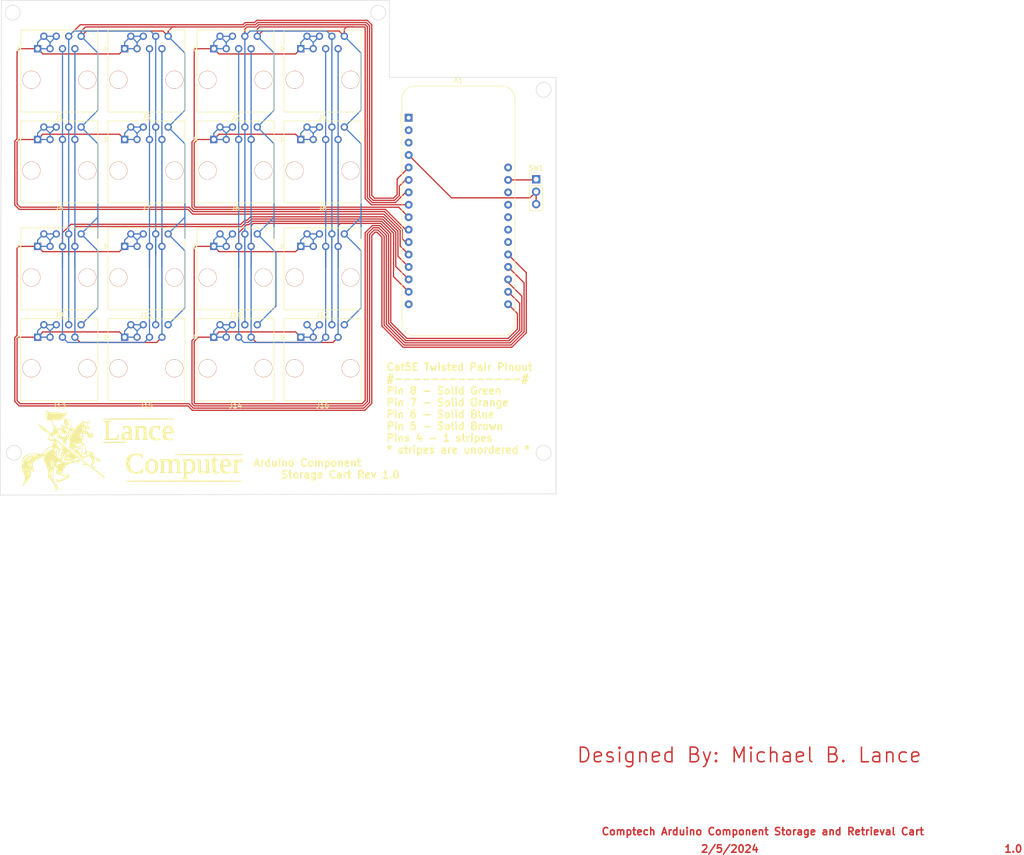
<source format=kicad_pcb>
(kicad_pcb (version 20240108) (generator "pcbnew") (generator_version "8.0")
  (layers (0 "F.Cu" signal) (31 "B.Cu" signal) (34 "B.Paste" user) (35 "F.Paste" user) (36 "B.SilkS" user "B.Silkscreen") (37 "F.SilkS" user "F.Silkscreen") (38 "B.Mask" user) (39 "F.Mask" user) (44 "Edge.Cuts" user))
  (net 0 "")
  (net 4 "Net-(A1-GND)")
  (net 12 "Net-(A1-EN)")
  (net 13 "Net-(A1-A0)")
  (net 14 "Net-(A1-A1)")
  (net 15 "Net-(A1-A2)")
  (net 16 "Net-(A1-A3)")
  (net 17 "Net-(A1-A4)")
  (net 18 "Net-(A1-A5)")
  (net 19 "Net-(A1-SCK)")
  (net 20 "Net-(A1-MOSI)")
  (net 21 "Net-(A1-MISO)")
  (net 22 "Net-(A1-RX)")
  (net 23 "Net-(A1-TX)")
  (net 24 "Net-(A1-SDA)")
  (net 25 "Net-(A1-SCL)")
  (net 26 "Net-(A1-D0)")
  (net 27 "Net-(A1-D1)")
  (net 28 "Net-(A1-D2)")
  (footprint "Connector_PinHeader_2.54mm:PinHeader_1x03_P2.54mm_Vertical" (layer "F.Cu") (at 172.72 56.388)
    (property "Reference" "SW1")
    (property "Value" "SW_SPDT")
  )
  (footprint "Connector_RJ:RJ45_OST_PJ012-8P8CX_Vertical" (layer "F.Cu") (at 106.873 88.646)
    (property "Reference" "J14")
    (property "Value" "RJ45")
  )
  (footprint "Connector_RJ:RJ45_OST_PJ012-8P8CX_Vertical" (layer "F.Cu") (at 88.656 29.71)
    (property "Reference" "J3")
    (property "Value" "RJ45")
  )
  (footprint "Module:Adafruit_Feather" (layer "F.Cu") (at 146.685 43.815)
    (property "Reference" "A1")
    (property "Value" "Adafruit_Feather_NRF52840 Express" (hide yes))
  )
  (footprint "Connector_RJ:RJ45_OST_PJ012-8P8CX_Vertical" (layer "F.Cu") (at 124.648 88.646)
    (property "Reference" "J16")
    (property "Value" "RJ45")
  )
  (footprint "Connector_RJ:RJ45_OST_PJ012-8P8CX_Vertical" (layer "F.Cu") (at 106.873 48.26)
    (property "Reference" "J6")
    (property "Value" "RJ45")
  )
  (footprint "Connector_RJ:RJ45_OST_PJ012-8P8CX_Vertical" (layer "F.Cu") (at 88.656 70.096)
    (property "Reference" "J11")
    (property "Value" "RJ45")
  )
  (footprint "Connector_RJ:RJ45_OST_PJ012-8P8CX_Vertical" (layer "F.Cu") (at 88.656 48.26)
    (property "Reference" "J7")
    (property "Value" "RJ45")
  )
  (footprint "Connector_RJ:RJ45_OST_PJ012-8P8CX_Vertical" (layer "F.Cu") (at 106.873 29.71)
    (property "Reference" "J2")
    (property "Value" "RJ45")
  )
  (footprint "LOGO" (layer "F.Cu") (at 90.424 112.014)
    (property "Reference" "G***")
    (property "Value" "LOGO" (hide yes))
  )
  (footprint "Connector_RJ:RJ45_OST_PJ012-8P8CX_Vertical" (layer "F.Cu") (at 70.881 48.26)
    (property "Reference" "J5")
    (property "Value" "RJ45")
  )
  (footprint "Connector_RJ:RJ45_OST_PJ012-8P8CX_Vertical" (layer "F.Cu") (at 70.881 70.096)
    (property "Reference" "J9")
    (property "Value" "RJ45")
  )
  (footprint "Connector_RJ:RJ45_OST_PJ012-8P8CX_Vertical" (layer "F.Cu") (at 106.873 70.096)
    (property "Reference" "J10")
    (property "Value" "RJ45")
  )
  (footprint "Connector_RJ:RJ45_OST_PJ012-8P8CX_Vertical" (layer "F.Cu") (at 124.648 70.096)
    (property "Reference" "J12")
    (property "Value" "RJ45")
  )
  (footprint "Connector_RJ:RJ45_OST_PJ012-8P8CX_Vertical" (layer "F.Cu") (at 124.648 48.26)
    (property "Reference" "J8")
    (property "Value" "RJ45")
  )
  (footprint "Connector_RJ:RJ45_OST_PJ012-8P8CX_Vertical" (layer "F.Cu") (at 70.881 29.71)
    (property "Reference" "J1")
    (property "Value" "RJ45")
  )
  (footprint "Connector_RJ:RJ45_OST_PJ012-8P8CX_Vertical" (layer "F.Cu") (at 88.656 88.646)
    (property "Reference" "J15")
    (property "Value" "RJ45")
  )
  (footprint "Connector_RJ:RJ45_OST_PJ012-8P8CX_Vertical" (layer "F.Cu") (at 70.881 88.646)
    (property "Reference" "J13")
    (property "Value" "RJ45")
  )
  (footprint "Connector_RJ:RJ45_OST_PJ012-8P8CX_Vertical" (layer "F.Cu") (at 124.648 29.71)
    (property "Reference" "J4")
    (property "Value" "RJ45")
  )
  (gr_line (start 176.784 35.56) (end 176.784 120.65) (stroke (width 0.1)) (layer "Edge.Cuts"))
  (gr_circle (center 140.462 22.352) (end 140.462 23.876) (stroke (width 0.1)) (fill none) (layer "Edge.Cuts"))
  (gr_line (start 142.748 35.56) (end 176.784 35.56) (stroke (width 0.1)) (layer "Edge.Cuts"))
  (gr_line (start 63.246 120.904) (end 63.5 19.812) (stroke (width 0.1)) (layer "Edge.Cuts"))
  (gr_circle (center 174.244 38.1) (end 174.244 39.624) (stroke (width 0.1)) (fill none) (layer "Edge.Cuts"))
  (gr_line (start 139.7 19.812) (end 63.5 19.812) (stroke (width 0.1)) (layer "Edge.Cuts"))
  (gr_circle (center 65.786 22.352) (end 65.786 23.876) (stroke (width 0.1)) (fill none) (layer "Edge.Cuts"))
  (gr_line (start 142.748 19.812) (end 142.748 35.56) (stroke (width 0.1)) (layer "Edge.Cuts"))
  (gr_line (start 139.7 19.812) (end 142.748 19.812) (stroke (width 0.1)) (layer "Edge.Cuts"))
  (gr_circle (center 174.244 112.268) (end 174.244 113.792) (stroke (width 0.1)) (fill none) (layer "Edge.Cuts"))
  (gr_line (start 176.784 120.65) (end 63.246 120.904) (stroke (width 0.1)) (layer "Edge.Cuts"))
  (gr_circle (center 66.04 112.268) (end 66.04 113.792) (stroke (width 0.1)) (fill none) (layer "Edge.Cuts"))
  (gr_text "Designed By: Michael B. Lance\n" (at 180.848 175.768 0) (layer "F.Cu") (effects (font (size 3 3) (thickness 0.3) (bold yes)) (justify left bottom)))
  (gr_text "Comptech Arduino Component Storage and Retrieval Cart" (at 185.928 190.5 0) (layer "F.Cu") (effects (font (size 1.5 1.5) (thickness 0.3) (bold yes)) (justify left bottom)))
  (gr_text "2/5/2024\n" (at 206.248 194.056 0) (layer "F.Cu") (effects (font (size 1.5 1.5) (thickness 0.3) (bold yes)) (justify left bottom)))
  (gr_text "1.0\n" (at 268.224 194.056 0) (layer "F.Cu") (effects (font (size 1.5 1.5) (thickness 0.3) (bold yes)) (justify left bottom)))
  (gr_text "Cat5E Twisted Pair Pinout\n#--------------#\nPin 8 - Solid Green\nPin 7 - Solid Orange\nPin 6 - Solid Blue\nPin 5 - Solid Brown\nPins 4 - 1 stripes\n* stripes are unordered *" (at 141.986 112.522 0) (layer "F.SilkS") (effects (font (size 1.5 1.5) (thickness 0.3) (bold yes)) (justify left bottom)))
  (gr_text "Arduino Component \n	Storage Cart Rev 1.0\n" (at 114.808 117.602 0) (layer "F.SilkS") (effects (font (size 1.5 1.5) (thickness 0.3) (bold yes)) (justify left bottom)))
  (segment (start 155.43 60.18) (end 146.685 51.435) (width 0.25) (layer "F.Cu") (net 4))
  (segment (start 172.72 58.928) (end 171.468 60.18) (width 0.25) (layer "F.Cu") (net 4))
  (segment (start 172.72 58.928) (end 172.72 61.468) (width 0.25) (layer "F.Cu") (net 4))
  (segment (start 171.468 60.18) (end 155.43 60.18) (width 0.25) (layer "F.Cu") (net 4))
  (segment (start 167.005 56.515) (end 172.593 56.515) (width 0.25) (layer "F.Cu") (net 12))
  (segment (start 172.593 56.515) (end 172.72 56.388) (width 0.25) (layer "F.Cu") (net 12))
  (segment (start 115.195812 24.365) (end 115.645812 23.915) (width 0.25) (layer "F.Cu") (net 13))
  (segment (start 139.145 59.69) (end 139.7 60.245) (width 0.25) (layer "F.Cu") (net 13))
  (segment (start 115.645812 23.915) (end 138.219188 23.915) (width 0.25) (layer "F.Cu") (net 13))
  (segment (start 79.586 24.815) (end 112.842208 24.815) (width 0.25) (layer "F.Cu") (net 13))
  (segment (start 144.33 59.502208) (end 144.33 56.33) (width 0.25) (layer "F.Cu") (net 13))
  (segment (start 112.842208 24.815) (end 113.292208 24.365) (width 0.25) (layer "F.Cu") (net 13))
  (segment (start 139.145 24.840812) (end 139.145 59.69) (width 0.25) (layer "F.Cu") (net 13))
  (segment (start 113.292208 24.365) (end 115.195812 24.365) (width 0.25) (layer "F.Cu") (net 13))
  (segment (start 143.587208 60.245) (end 144.33 59.502208) (width 0.25) (layer "F.Cu") (net 13))
  (segment (start 144.33 56.33) (end 146.685 53.975) (width 0.25) (layer "F.Cu") (net 13))
  (segment (start 77.231 27.17) (end 79.586 24.815) (width 0.25) (layer "F.Cu") (net 13))
  (segment (start 139.7 60.245) (end 143.587208 60.245) (width 0.25) (layer "F.Cu") (net 13))
  (segment (start 138.219188 23.915) (end 139.145 24.840812) (width 0.25) (layer "F.Cu") (net 13))
  (segment (start 77.231 67.556) (end 77.231 86.106) (width 0.25) (layer "B.Cu") (net 13))
  (segment (start 95.006 27.17) (end 95.006 45.72) (width 0.25) (layer "B.Cu") (net 13))
  (segment (start 78.306 26.095) (end 77.231 27.17) (width 0.25) (layer "B.Cu") (net 13))
  (segment (start 77.231 45.72) (end 77.231 71.866) (width 0.25) (layer "B.Cu") (net 13))
  (segment (start 95.006 27.17) (end 93.931 26.095) (width 0.25) (layer "B.Cu") (net 13))
  (segment (start 95.006 86.106) (end 95.006 67.556) (width 0.25) (layer "B.Cu") (net 13))
  (segment (start 77.231 27.17) (end 77.231 45.72) (width 0.25) (layer "B.Cu") (net 13))
  (segment (start 95.006 45.72) (end 95.006 71.866) (width 0.25) (layer "B.Cu") (net 13))
  (segment (start 93.931 26.095) (end 78.306 26.095) (width 0.25) (layer "B.Cu") (net 13))
  (segment (start 113.028604 25.265) (end 113.478604 24.815) (width 0.25) (layer "F.Cu") (net 14))
  (segment (start 115.382208 24.815) (end 115.832208 24.365) (width 0.25) (layer "F.Cu") (net 14))
  (segment (start 97.546 27.17) (end 97.546 26.144) (width 0.25) (layer "F.Cu") (net 14))
  (segment (start 97.546 26.144) (end 98.425 25.265) (width 0.25) (layer "F.Cu") (net 14))
  (segment (start 80.846 26.095) (end 96.471 26.095) (width 0.25) (layer "F.Cu") (net 14))
  (segment (start 138.032792 24.365) (end 138.695 25.027208) (width 0.25) (layer "F.Cu") (net 14))
  (segment (start 113.478604 24.815) (end 115.382208 24.815) (width 0.25) (layer "F.Cu") (net 14))
  (segment (start 79.771 27.17) (end 80.846 26.095) (width 0.25) (layer "F.Cu") (net 14))
  (segment (start 79.771 27.17) (end 79.771 26.139) (width 0.25) (layer "F.Cu") (net 14))
  (segment (start 115.832208 24.365) (end 138.032792 24.365) (width 0.25) (layer "F.Cu") (net 14))
  (segment (start 98.425 25.265) (end 113.028604 25.265) (width 0.25) (layer "F.Cu") (net 14))
  (segment (start 144.78 59.688604) (end 144.78 57.785) (width 0.25) (layer "F.Cu") (net 14))
  (segment (start 144.78 57.785) (end 146.05 56.515) (width 0.25) (layer "F.Cu") (net 14))
  (segment (start 96.471 26.095) (end 97.546 27.17) (width 0.25) (layer "F.Cu") (net 14))
  (segment (start 143.773604 60.695) (end 144.78 59.688604) (width 0.25) (layer "F.Cu") (net 14))
  (segment (start 79.771 26.139) (end 80.645 25.265) (width 0.25) (layer "F.Cu") (net 14))
  (segment (start 139.437792 60.695) (end 143.773604 60.695) (width 0.25) (layer "F.Cu") (net 14))
  (segment (start 98.425 25.265) (end 99.06 25.265) (width 0.25) (layer "F.Cu") (net 14))
  (segment (start 80.645 25.265) (end 98.425 25.265) (width 0.25) (layer "F.Cu") (net 14))
  (segment (start 138.695 59.952208) (end 139.437792 60.695) (width 0.25) (layer "F.Cu") (net 14))
  (segment (start 138.695 25.027208) (end 138.695 59.952208) (width 0.25) (layer "F.Cu") (net 14))
  (segment (start 97.546 27.17) (end 100.966 30.59) (width 0.25) (layer "B.Cu") (net 14))
  (segment (start 79.771 45.72) (end 83.191 49.14) (width 0.25) (layer "B.Cu") (net 14))
  (segment (start 100.966 70.976) (end 100.966 82.686) (width 0.25) (layer "B.Cu") (net 14))
  (segment (start 97.546 45.72) (end 100.966 49.14) (width 0.25) (layer "B.Cu") (net 14))
  (segment (start 83.191 70.976) (end 83.191 82.686) (width 0.25) (layer "B.Cu") (net 14))
  (segment (start 83.191 82.686) (end 79.771 86.106) (width 0.25) (layer "B.Cu") (net 14))
  (segment (start 79.771 27.17) (end 83.191 30.59) (width 0.25) (layer "B.Cu") (net 14))
  (segment (start 83.191 30.59) (end 83.191 42.3) (width 0.25) (layer "B.Cu") (net 14))
  (segment (start 100.966 42.3) (end 97.546 45.72) (width 0.25) (layer "B.Cu") (net 14))
  (segment (start 79.771 67.556) (end 83.191 70.976) (width 0.25) (layer "B.Cu") (net 14))
  (segment (start 97.546 67.556) (end 100.966 70.976) (width 0.25) (layer "B.Cu") (net 14))
  (segment (start 83.191 64.136) (end 79.771 67.556) (width 0.25) (layer "B.Cu") (net 14))
  (segment (start 100.966 64.136) (end 97.546 67.556) (width 0.25) (layer "B.Cu") (net 14))
  (segment (start 100.966 82.686) (end 97.546 86.106) (width 0.25) (layer "B.Cu") (net 14))
  (segment (start 83.191 49.14) (end 83.191 68.446) (width 0.25) (layer "B.Cu") (net 14))
  (segment (start 100.966 30.59) (end 100.966 42.3) (width 0.25) (layer "B.Cu") (net 14))
  (segment (start 83.191 42.3) (end 79.771 45.72) (width 0.25) (layer "B.Cu") (net 14))
  (segment (start 100.966 49.14) (end 100.966 68.446) (width 0.25) (layer "B.Cu") (net 14))
  (segment (start 139.251396 61.145) (end 143.96 61.145) (width 0.25) (layer "F.Cu") (net 15))
  (segment (start 138.245 60.138604) (end 139.251396 61.145) (width 0.25) (layer "F.Cu") (net 15))
  (segment (start 137.846396 24.815) (end 138.245 25.213604) (width 0.25) (layer "F.Cu") (net 15))
  (segment (start 115.568604 25.265) (end 116.018604 24.815) (width 0.25) (layer "F.Cu") (net 15))
  (segment (start 116.018604 24.815) (end 137.846396 24.815) (width 0.25) (layer "F.Cu") (net 15))
  (segment (start 113.665 25.265) (end 115.568604 25.265) (width 0.25) (layer "F.Cu") (net 15))
  (segment (start 143.96 61.145) (end 146.05 59.055) (width 0.25) (layer "F.Cu") (net 15))
  (segment (start 138.245 25.213604) (end 138.245 60.138604) (width 0.25) (layer "F.Cu") (net 15))
  (segment (start 113.223 27.17) (end 113.223 25.707) (width 0.25) (layer "F.Cu") (net 15))
  (segment (start 113.223 25.707) (end 113.665 25.265) (width 0.25) (layer "F.Cu") (net 15))
  (segment (start 130.998 67.556) (end 130.998 86.106) (width 0.25) (layer "B.Cu") (net 15))
  (segment (start 113.223 67.556) (end 113.223 86.106) (width 0.25) (layer "B.Cu") (net 15))
  (segment (start 130.998 71.866) (end 130.998 45.72) (width 0.25) (layer "B.Cu") (net 15))
  (segment (start 113.223 71.866) (end 113.223 45.72) (width 0.25) (layer "B.Cu") (net 15))
  (segment (start 130.998 27.17) (end 129.923 26.095) (width 0.25) (layer "B.Cu") (net 15))
  (segment (start 114.298 26.095) (end 113.223 27.17) (width 0.25) (layer "B.Cu") (net 15))
  (segment (start 113.223 27.17) (end 113.223 45.72) (width 0.25) (layer "B.Cu") (net 15))
  (segment (start 129.923 26.095) (end 114.298 26.095) (width 0.25) (layer "B.Cu") (net 15))
  (segment (start 130.998 27.17) (end 130.998 45.72) (width 0.25) (layer "B.Cu") (net 15))
  (segment (start 133.538 27.17) (end 132.463 26.095) (width 0.25) (layer "F.Cu") (net 16))
  (segment (start 133.538 25.712) (end 133.985 25.265) (width 0.25) (layer "F.Cu") (net 16))
  (segment (start 132.463 26.095) (end 116.838 26.095) (width 0.25) (layer "F.Cu") (net 16))
  (segment (start 139.065 61.595) (end 146.685 61.595) (width 0.25) (layer "F.Cu") (net 16))
  (segment (start 133.985 25.265) (end 135.255 25.265) (width 0.25) (layer "F.Cu") (net 16))
  (segment (start 116.838 26.095) (end 115.763 27.17) (width 0.25) (layer "F.Cu") (net 16))
  (segment (start 137.66 25.265) (end 137.795 25.4) (width 0.25) (layer "F.Cu") (net 16))
  (segment (start 137.795 60.325) (end 139.065 61.595) (width 0.25) (layer "F.Cu") (net 16))
  (segment (start 116.205 25.265) (end 135.255 25.265) (width 0.25) (layer "F.Cu") (net 16))
  (segment (start 133.538 27.17) (end 133.538 25.712) (width 0.25) (layer "F.Cu") (net 16))
  (segment (start 135.255 25.265) (end 137.66 25.265) (width 0.25) (layer "F.Cu") (net 16))
  (segment (start 115.763 27.17) (end 115.763 25.707) (width 0.25) (layer "F.Cu") (net 16))
  (segment (start 115.763 25.707) (end 116.205 25.265) (width 0.25) (layer "F.Cu") (net 16))
  (segment (start 137.795 25.4) (end 137.795 60.325) (width 0.25) (layer "F.Cu") (net 16))
  (segment (start 136.958 30.59) (end 133.538 27.17) (width 0.25) (layer "B.Cu") (net 16))
  (segment (start 119.568 71.361) (end 119.568 82.301) (width 0.25) (layer "B.Cu") (net 16))
  (segment (start 133.538 45.72) (end 136.958 49.14) (width 0.25) (layer "B.Cu") (net 16))
  (segment (start 136.958 64.136) (end 133.538 67.556) (width 0.25) (layer "B.Cu") (net 16))
  (segment (start 136.958 70.976) (end 136.958 82.686) (width 0.25) (layer "B.Cu") (net 16))
  (segment (start 133.538 45.72) (end 136.958 42.3) (width 0.25) (layer "B.Cu") (net 16))
  (segment (start 136.958 82.686) (end 133.538 86.106) (width 0.25) (layer "B.Cu") (net 16))
  (segment (start 119.183 30.59) (end 119.183 42.3) (width 0.25) (layer "B.Cu") (net 16))
  (segment (start 119.568 82.301) (end 115.763 86.106) (width 0.25) (layer "B.Cu") (net 16))
  (segment (start 119.183 49.14) (end 119.183 68.446) (width 0.25) (layer "B.Cu") (net 16))
  (segment (start 136.958 49.14) (end 136.958 68.446) (width 0.25) (layer "B.Cu") (net 16))
  (segment (start 115.763 67.556) (end 119.568 71.361) (width 0.25) (layer "B.Cu") (net 16))
  (segment (start 133.538 67.556) (end 136.958 70.976) (width 0.25) (layer "B.Cu") (net 16))
  (segment (start 119.183 64.136) (end 115.763 67.556) (width 0.25) (layer "B.Cu") (net 16))
  (segment (start 136.958 42.3) (end 136.958 30.59) (width 0.25) (layer "B.Cu") (net 16))
  (segment (start 119.183 42.3) (end 115.763 45.72) (width 0.25) (layer "B.Cu") (net 16))
  (segment (start 115.763 45.72) (end 119.183 49.14) (width 0.25) (layer "B.Cu") (net 16))
  (segment (start 115.763 27.17) (end 119.183 30.59) (width 0.25) (layer "B.Cu") (net 16))
  (segment (start 123.573 47.185) (end 124.648 48.26) (width 0.25) (layer "F.Cu") (net 17))
  (segment (start 102.87 61.907) (end 103.058 62.095) (width 0.25) (layer "F.Cu") (net 17))
  (segment (start 106.873 48.26) (end 103.5315 48.26) (width 0.25) (layer "F.Cu") (net 17))
  (segment (start 107.948 47.185) (end 123.573 47.185) (width 0.25) (layer "F.Cu") (net 17))
  (segment (start 106.873 48.26) (end 107.948 47.185) (width 0.25) (layer "F.Cu") (net 17))
  (segment (start 102.87 48.9215) (end 102.87 61.907) (width 0.25) (layer "F.Cu") (net 17))
  (segment (start 103.5315 48.26) (end 102.87 48.9215) (width 0.25) (layer "F.Cu") (net 17))
  (segment (start 103.058 62.095) (end 144.645 62.095) (width 0.25) (layer "F.Cu") (net 17))
  (segment (start 144.645 62.095) (end 146.685 64.135) (width 0.25) (layer "F.Cu") (net 17))
  (segment (start 109.413 48.26) (end 106.873 48.26) (width 0.25) (layer "B.Cu") (net 17))
  (segment (start 109.413 48.26) (end 109.413 46.99) (width 0.25) (layer "B.Cu") (net 17))
  (segment (start 108.143 45.72) (end 110.683 45.72) (width 0.25) (layer "B.Cu") (net 17))
  (segment (start 124.648 46.99) (end 125.918 45.72) (width 0.25) (layer "B.Cu") (net 17))
  (segment (start 124.648 48.26) (end 124.648 46.99) (width 0.25) (layer "B.Cu") (net 17))
  (segment (start 124.648 48.26) (end 127.188 48.26) (width 0.25) (layer "B.Cu") (net 17))
  (segment (start 106.873 48.26) (end 106.873 46.99) (width 0.25) (layer "B.Cu") (net 17))
  (segment (start 128.458 45.72) (end 125.918 45.72) (width 0.25) (layer "B.Cu") (net 17))
  (segment (start 127.188 46.99) (end 128.458 45.72) (width 0.25) (layer "B.Cu") (net 17))
  (segment (start 109.413 46.99) (end 110.683 45.72) (width 0.25) (layer "B.Cu") (net 17))
  (segment (start 127.188 46.99) (end 125.918 45.72) (width 0.25) (layer "B.Cu") (net 17))
  (segment (start 106.873 46.99) (end 108.143 45.72) (width 0.25) (layer "B.Cu") (net 17))
  (segment (start 109.413 46.99) (end 108.143 45.72) (width 0.25) (layer "B.Cu") (net 17))
  (segment (start 127.188 48.26) (end 127.188 46.99) (width 0.25) (layer "B.Cu") (net 17))
  (segment (start 107.948 30.785) (end 106.873 29.71) (width 0.25) (layer "F.Cu") (net 18))
  (segment (start 103.058 29.71) (end 102.87 29.898) (width 0.25) (layer "F.Cu") (net 18))
  (segment (start 106.873 29.71) (end 103.058 29.71) (width 0.25) (layer "F.Cu") (net 18))
  (segment (start 102.42 48.735104) (end 102.42 62.093396) (width 0.25) (layer "F.Cu") (net 18))
  (segment (start 102.87 29.898) (end 102.87 48.285104) (width 0.25) (layer "F.Cu") (net 18))
  (segment (start 102.42 62.093396) (end 102.871604 62.545) (width 0.25) (layer "F.Cu") (net 18))
  (segment (start 102.87 48.285104) (end 102.42 48.735104) (width 0.25) (layer "F.Cu") (net 18))
  (segment (start 102.871604 62.545) (end 141.931168 62.545) (width 0.25) (layer "F.Cu") (net 18))
  (segment (start 141.931168 62.545) (end 146.061168 66.675) (width 0.25) (layer "F.Cu") (net 18))
  (segment (start 123.573 30.785) (end 107.948 30.785) (width 0.25) (layer "F.Cu") (net 18))
  (segment (start 124.648 29.71) (end 123.573 30.785) (width 0.25) (layer "F.Cu") (net 18))
  (segment (start 109.413 28.44) (end 110.683 27.17) (width 0.25) (layer "B.Cu") (net 18))
  (segment (start 106.873 29.71) (end 109.413 29.71) (width 0.25) (layer "B.Cu") (net 18))
  (segment (start 127.188 29.71) (end 127.188 28.44) (width 0.25) (layer "B.Cu") (net 18))
  (segment (start 124.648 28.44) (end 125.918 27.17) (width 0.25) (layer "B.Cu") (net 18))
  (segment (start 109.413 28.44) (end 108.143 27.17) (width 0.25) (layer "B.Cu") (net 18))
  (segment (start 108.143 27.17) (end 110.683 27.17) (width 0.25) (layer "B.Cu") (net 18))
  (segment (start 125.918 27.17) (end 128.458 27.17) (width 0.25) (layer "B.Cu") (net 18))
  (segment (start 106.873 28.44) (end 108.143 27.17) (width 0.25) (layer "B.Cu") (net 18))
  (segment (start 124.648 29.71) (end 124.648 28.44) (width 0.25) (layer "B.Cu") (net 18))
  (segment (start 127.188 29.71) (end 124.648 29.71) (width 0.25) (layer "B.Cu") (net 18))
  (segment (start 127.188 28.44) (end 125.918 27.17) (width 0.25) (layer "B.Cu") (net 18))
  (segment (start 127.188 28.44) (end 128.458 27.17) (width 0.25) (layer "B.Cu") (net 18))
  (segment (start 109.413 29.71) (end 109.413 28.44) (width 0.25) (layer "B.Cu") (net 18))
  (segment (start 106.873 29.71) (end 106.873 28.44) (width 0.25) (layer "B.Cu") (net 18))
  (segment (start 67.175 48.26) (end 66.675 48.76) (width 0.25) (layer "F.Cu") (net 19))
  (segment (start 145.39 68.555) (end 146.05 69.215) (width 0.25) (layer "F.Cu") (net 19))
  (segment (start 70.881 48.26) (end 71.956 47.185) (width 0.25) (layer "F.Cu") (net 19))
  (segment (start 102.685208 62.995) (end 141.744772 62.995) (width 0.25) (layer "F.Cu") (net 19))
  (segment (start 67.31 62.095) (end 101.785208 62.095) (width 0.25) (layer "F.Cu") (net 19))
  (segment (start 101.785208 62.095) (end 102.685208 62.995) (width 0.25) (layer "F.Cu") (net 19))
  (segment (start 145.39 66.640228) (end 145.39 68.555) (width 0.25) (layer "F.Cu") (net 19))
  (segment (start 66.675 61.46) (end 67.31 62.095) (width 0.25) (layer "F.Cu") (net 19))
  (segment (start 66.675 48.76) (end 66.675 61.46) (width 0.25) (layer "F.Cu") (net 19))
  (segment (start 70.881 48.26) (end 67.175 48.26) (width 0.25) (layer "F.Cu") (net 19))
  (segment (start 87.581 47.185) (end 88.656 48.26) (width 0.25) (layer "F.Cu") (net 19))
  (segment (start 71.956 47.185) (end 87.581 47.185) (width 0.25) (layer "F.Cu") (net 19))
  (segment (start 141.744772 62.995) (end 145.39 66.640228) (width 0.25) (layer "F.Cu") (net 19))
  (segment (start 73.421 46.99) (end 72.151 45.72) (width 0.25) (layer "B.Cu") (net 19))
  (segment (start 89.926 45.72) (end 92.466 45.72) (width 0.25) (layer "B.Cu") (net 19))
  (segment (start 70.881 48.26) (end 70.881 46.99) (width 0.25) (layer "B.Cu") (net 19))
  (segment (start 73.421 48.26) (end 73.421 46.99) (width 0.25) (layer "B.Cu") (net 19))
  (segment (start 74.691 45.72) (end 72.151 45.72) (width 0.25) (layer "B.Cu") (net 19))
  (segment (start 73.421 48.26) (end 70.881 48.26) (width 0.25) (layer "B.Cu") (net 19))
  (segment (start 88.656 46.99) (end 88.656 48.26) (width 0.25) (layer "B.Cu") (net 19))
  (segment (start 91.196 46.99) (end 89.926 45.72) (width 0.25) (layer "B.Cu") (net 19))
  (segment (start 91.196 48.26) (end 88.656 48.26) (width 0.25) (layer "B.Cu") (net 19))
  (segment (start 73.421 46.99) (end 74.691 45.72) (width 0.25) (layer "B.Cu") (net 19))
  (segment (start 89.926 45.72) (end 88.656 46.99) (width 0.25) (layer "B.Cu") (net 19))
  (segment (start 70.881 46.99) (end 72.151 45.72) (width 0.25) (layer "B.Cu") (net 19))
  (segment (start 91.196 46.99) (end 92.466 45.72) (width 0.25) (layer "B.Cu") (net 19))
  (segment (start 91.196 48.26) (end 91.196 46.99) (width 0.25) (layer "B.Cu") (net 19))
  (segment (start 66.225 61.646396) (end 67.123604 62.545) (width 0.25) (layer "F.Cu") (net 20))
  (segment (start 102.553812 63.5) (end 141.613376 63.5) (width 0.25) (layer "F.Cu") (net 20))
  (segment (start 67.123604 62.545) (end 101.598812 62.545) (width 0.25) (layer "F.Cu") (net 20))
  (segment (start 87.581 30.785) (end 71.956 30.785) (width 0.25) (layer "F.Cu") (net 20))
  (segment (start 66.225 48.573604) (end 66.225 61.646396) (width 0.25) (layer "F.Cu") (net 20))
  (segment (start 144.94 66.826624) (end 144.94 70.01) (width 0.25) (layer "F.Cu") (net 20))
  (segment (start 71.956 30.785) (end 70.881 29.71) (width 0.25) (layer "F.Cu") (net 20))
  (segment (start 88.656 29.71) (end 87.581 30.785) (width 0.25) (layer "F.Cu") (net 20))
  (segment (start 66.675 30.345) (end 66.675 48.123604) (width 0.25) (layer "F.Cu") (net 20))
  (segment (start 141.613376 63.5) (end 144.94 66.826624) (width 0.25) (layer "F.Cu") (net 20))
  (segment (start 66.675 48.123604) (end 66.225 48.573604) (width 0.25) (layer "F.Cu") (net 20))
  (segment (start 67.31 29.71) (end 66.675 30.345) (width 0.25) (layer "F.Cu") (net 20))
  (segment (start 144.94 70.01) (end 146.685 71.755) (width 0.25) (layer "F.Cu") (net 20))
  (segment (start 70.881 29.71) (end 67.31 29.71) (width 0.25) (layer "F.Cu") (net 20))
  (segment (start 101.598812 62.545) (end 102.553812 63.5) (width 0.25) (layer "F.Cu") (net 20))
  (segment (start 88.656 29.71) (end 88.656 28.44) (width 0.25) (layer "B.Cu") (net 20))
  (segment (start 88.656 29.71) (end 91.196 29.71) (width 0.25) (layer "B.Cu") (net 20))
  (segment (start 70.881 28.44) (end 72.151 27.17) (width 0.25) (layer "B.Cu") (net 20))
  (segment (start 92.466 27.17) (end 89.926 27.17) (width 0.25) (layer "B.Cu") (net 20))
  (segment (start 88.656 28.44) (end 89.926 27.17) (width 0.25) (layer "B.Cu") (net 20))
  (segment (start 73.421 28.44) (end 72.151 27.17) (width 0.25) (layer "B.Cu") (net 20))
  (segment (start 73.421 29.71) (end 73.421 28.44) (width 0.25) (layer "B.Cu") (net 20))
  (segment (start 73.421 28.44) (end 74.691 27.17) (width 0.25) (layer "B.Cu") (net 20))
  (segment (start 91.196 28.44) (end 92.466 27.17) (width 0.25) (layer "B.Cu") (net 20))
  (segment (start 73.421 29.71) (end 70.881 29.71) (width 0.25) (layer "B.Cu") (net 20))
  (segment (start 91.196 29.71) (end 91.196 28.44) (width 0.25) (layer "B.Cu") (net 20))
  (segment (start 72.151 27.17) (end 74.691 27.17) (width 0.25) (layer "B.Cu") (net 20))
  (segment (start 91.196 28.44) (end 89.926 27.17) (width 0.25) (layer "B.Cu") (net 20))
  (segment (start 70.881 29.71) (end 70.881 28.44) (width 0.25) (layer "B.Cu") (net 20))
  (segment (start 144.49 72.1) (end 146.685 74.295) (width 0.25) (layer "F.Cu") (net 21))
  (segment (start 113.225324 64.760604) (end 113.670208 64.760604) (width 0.25) (layer "F.Cu") (net 21))
  (segment (start 144.49 67.01302) (end 144.49 72.1) (width 0.25) (layer "F.Cu") (net 21))
  (segment (start 113.670208 64.760604) (end 114.375812 64.055) (width 0.25) (layer "F.Cu") (net 21))
  (segment (start 77.67672 65.59) (end 112.395928 65.59) (width 0.25) (layer "F.Cu") (net 21))
  (segment (start 141.53198 64.055) (end 144.49 67.01302) (width 0.25) (layer "F.Cu") (net 21))
  (segment (start 75.961 67.30572) (end 77.67672 65.59) (width 0.25) (layer "F.Cu") (net 21))
  (segment (start 114.375812 64.055) (end 141.53198 64.055) (width 0.25) (layer "F.Cu") (net 21))
  (segment (start 75.961 70.096) (end 75.961 67.30572) (width 0.25) (layer "F.Cu") (net 21))
  (segment (start 112.395928 65.59) (end 113.225324 64.760604) (width 0.25) (layer "F.Cu") (net 21))
  (segment (start 75.961 70.096) (end 75.961 88.646) (width 0.25) (layer "B.Cu") (net 21))
  (segment (start 92.661 89.721) (end 77.036 89.721) (width 0.25) (layer "B.Cu") (net 21))
  (segment (start 93.736 70.096) (end 93.736 88.646) (width 0.25) (layer "B.Cu") (net 21))
  (segment (start 75.961 48.26) (end 75.961 74.406) (width 0.25) (layer "B.Cu") (net 21))
  (segment (start 93.736 29.71) (end 93.736 48.26) (width 0.25) (layer "B.Cu") (net 21))
  (segment (start 77.036 89.721) (end 75.961 88.646) (width 0.25) (layer "B.Cu") (net 21))
  (segment (start 93.736 88.646) (end 92.661 89.721) (width 0.25) (layer "B.Cu") (net 21))
  (segment (start 93.736 74.406) (end 93.736 48.26) (width 0.25) (layer "B.Cu") (net 21))
  (segment (start 75.961 29.71) (end 75.961 48.26) (width 0.25) (layer "B.Cu") (net 21))
  (segment (start 112.582324 66.04) (end 113.41172 65.210604) (width 0.25) (layer "F.Cu") (net 22))
  (segment (start 78.74 66.04) (end 97.155 66.04) (width 0.25) (layer "F.Cu") (net 22))
  (segment (start 79.576 89.721) (end 95.201 89.721) (width 0.25) (layer "F.Cu") (net 22))
  (segment (start 113.856604 65.210604) (end 114.562208 64.505) (width 0.25) (layer "F.Cu") (net 22))
  (segment (start 144.04 74.19) (end 146.685 76.835) (width 0.25) (layer "F.Cu") (net 22))
  (segment (start 97.155 66.04) (end 112.582324 66.04) (width 0.25) (layer "F.Cu") (net 22))
  (segment (start 96.276 70.096) (end 96.276 66.284) (width 0.25) (layer "F.Cu") (net 22))
  (segment (start 141.345584 64.505) (end 144.04 67.199416) (width 0.25) (layer "F.Cu") (net 22))
  (segment (start 78.501 66.279) (end 78.74 66.04) (width 0.25) (layer "F.Cu") (net 22))
  (segment (start 114.562208 64.505) (end 141.345584 64.505) (width 0.25) (layer "F.Cu") (net 22))
  (segment (start 96.52 66.04) (end 97.155 66.04) (width 0.25) (layer "F.Cu") (net 22))
  (segment (start 78.501 88.646) (end 79.576 89.721) (width 0.25) (layer "F.Cu") (net 22))
  (segment (start 78.501 70.096) (end 78.501 66.279) (width 0.25) (layer "F.Cu") (net 22))
  (segment (start 113.41172 65.210604) (end 113.856604 65.210604) (width 0.25) (layer "F.Cu") (net 22))
  (segment (start 95.201 89.721) (end 96.276 88.646) (width 0.25) (layer "F.Cu") (net 22))
  (segment (start 144.04 67.199416) (end 144.04 74.19) (width 0.25) (layer "F.Cu") (net 22))
  (segment (start 96.276 66.284) (end 96.52 66.04) (width 0.25) (layer "F.Cu") (net 22))
  (segment (start 96.276 70.096) (end 96.276 88.646) (width 0.25) (layer "B.Cu") (net 22))
  (segment (start 78.501 29.71) (end 78.501 48.26) (width 0.25) (layer "B.Cu") (net 22))
  (segment (start 96.276 29.71) (end 96.276 48.26) (width 0.25) (layer "B.Cu") (net 22))
  (segment (start 96.276 48.26) (end 96.276 74.406) (width 0.25) (layer "B.Cu") (net 22))
  (segment (start 78.501 70.096) (end 78.501 88.646) (width 0.25) (layer "B.Cu") (net 22))
  (segment (start 78.501 48.26) (end 78.501 74.406) (width 0.25) (layer "B.Cu") (net 22))
  (segment (start 111.953 67.30572) (end 113.598116 65.660604) (width 0.25) (layer "F.Cu") (net 23))
  (segment (start 111.953 70.096) (end 111.953 67.30572) (width 0.25) (layer "F.Cu") (net 23))
  (segment (start 143.59 67.385812) (end 143.59 76.28) (width 0.25) (layer "F.Cu") (net 23))
  (segment (start 113.598116 65.660604) (end 114.043 65.660604) (width 0.25) (layer "F.Cu") (net 23))
  (segment (start 141.159188 64.955) (end 143.59 67.385812) (width 0.25) (layer "F.Cu") (net 23))
  (segment (start 114.748604 64.955) (end 141.159188 64.955) (width 0.25) (layer "F.Cu") (net 23))
  (segment (start 114.043 65.660604) (end 114.748604 64.955) (width 0.25) (layer "F.Cu") (net 23))
  (segment (start 143.59 76.28) (end 146.685 79.375) (width 0.25) (layer "F.Cu") (net 23))
  (segment (start 113.028 89.721) (end 128.653 89.721) (width 0.25) (layer "B.Cu") (net 23))
  (segment (start 128.653 89.721) (end 129.728 88.646) (width 0.25) (layer "B.Cu") (net 23))
  (segment (start 111.953 48.26) (end 111.953 74.406) (width 0.25) (layer "B.Cu") (net 23))
  (segment (start 111.953 88.646) (end 113.028 89.721) (width 0.25) (layer "B.Cu") (net 23))
  (segment (start 111.953 48.26) (end 111.953 29.71) (width 0.25) (layer "B.Cu") (net 23))
  (segment (start 129.728 48.26) (end 129.728 74.406) (width 0.25) (layer "B.Cu") (net 23))
  (segment (start 111.953 88.646) (end 111.953 70.096) (width 0.25) (layer "B.Cu") (net 23))
  (segment (start 129.728 88.646) (end 129.728 70.096) (width 0.25) (layer "B.Cu") (net 23))
  (segment (start 129.728 48.26) (end 129.728 29.71) (width 0.25) (layer "B.Cu") (net 23))
  (segment (start 167.005 81.915) (end 168.91 83.82) (width 0.25) (layer "F.Cu") (net 24))
  (segment (start 143.024 85.614416) (end 143.024 67.456208) (width 0.25) (layer "F.Cu") (net 24))
  (segment (start 114.935 65.405) (end 135.255 65.405) (width 0.25) (layer "F.Cu") (net 24))
  (segment (start 115.568 89.721) (end 131.193 89.721) (width 0.25) (layer "F.Cu") (net 24))
  (segment (start 167.005 88.9) (end 146.309584 88.9) (width 0.25) (layer "F.Cu") (net 24))
  (segment (start 168.91 83.82) (end 168.91 86.995) (width 0.25) (layer "F.Cu") (net 24))
  (segment (start 114.493 88.646) (end 115.568 89.721) (width 0.25) (layer "F.Cu") (net 24))
  (segment (start 146.309584 88.9) (end 143.024 85.614416) (width 0.25) (layer "F.Cu") (net 24))
  (segment (start 114.493 70.096) (end 114.493 65.847) (width 0.25) (layer "F.Cu") (net 24))
  (segment (start 132.715 65.405) (end 135.255 65.405) (width 0.25) (layer "F.Cu") (net 24))
  (segment (start 132.268 65.852) (end 132.715 65.405) (width 0.25) (layer "F.Cu") (net 24))
  (segment (start 140.972792 65.405) (end 135.255 65.405) (width 0.25) (layer "F.Cu") (net 24))
  (segment (start 143.024 67.456208) (end 140.972792 65.405) (width 0.25) (layer "F.Cu") (net 24))
  (segment (start 168.91 86.995) (end 167.005 88.9) (width 0.25) (layer "F.Cu") (net 24))
  (segment (start 114.493 65.847) (end 114.935 65.405) (width 0.25) (layer "F.Cu") (net 24))
  (segment (start 132.268 70.096) (end 132.268 65.852) (width 0.25) (layer "F.Cu") (net 24))
  (segment (start 131.193 89.721) (end 132.268 88.646) (width 0.25) (layer "F.Cu") (net 24))
  (segment (start 132.268 29.71) (end 132.268 48.26) (width 0.25) (layer "B.Cu") (net 24))
  (segment (start 114.493 88.646) (end 114.493 70.096) (width 0.25) (layer "B.Cu") (net 24))
  (segment (start 132.268 74.406) (end 132.268 48.26) (width 0.25) (layer "B.Cu") (net 24))
  (segment (start 132.268 88.646) (end 132.268 70.096) (width 0.25) (layer "B.Cu") (net 24))
  (segment (start 114.493 48.26) (end 114.493 74.406) (width 0.25) (layer "B.Cu") (net 24))
  (segment (start 114.493 48.26) (end 114.493 29.71) (width 0.25) (layer "B.Cu") (net 24))
  (segment (start 169.36 81.73) (end 169.36 87.181396) (width 0.25) (layer "F.Cu") (net 25))
  (segment (start 137.795 101.6) (end 137.16 102.235) (width 0.25) (layer "F.Cu") (net 25))
  (segment (start 137.16 102.235) (end 103.058 102.235) (width 0.25) (layer "F.Cu") (net 25))
  (segment (start 102.87 89.535) (end 103.759 88.646) (width 0.25) (layer "F.Cu") (net 25))
  (segment (start 142.574 67.642604) (end 140.786396 65.855) (width 0.25) (layer "F.Cu") (net 25))
  (segment (start 139.248604 65.855) (end 137.795 67.308604) (width 0.25) (layer "F.Cu") (net 25))
  (segment (start 103.058 102.235) (end 102.87 102.047) (width 0.25) (layer "F.Cu") (net 25))
  (segment (start 137.795 67.308604) (end 137.795 101.6) (width 0.25) (layer "F.Cu") (net 25))
  (segment (start 107.948 87.571) (end 123.573 87.571) (width 0.25) (layer "F.Cu") (net 25))
  (segment (start 167.191396 89.35) (end 146.558 89.35) (width 0.25) (layer "F.Cu") (net 25))
  (segment (start 146.501396 89.35) (end 146.123188 89.35) (width 0.25) (layer "F.Cu") (net 25))
  (segment (start 102.87 102.047) (end 102.87 89.535) (width 0.25) (layer "F.Cu") (net 25))
  (segment (start 142.574 85.800812) (end 142.574 67.642604) (width 0.25) (layer "F.Cu") (net 25))
  (segment (start 140.786396 65.855) (end 139.248604 65.855) (width 0.25) (layer "F.Cu") (net 25))
  (segment (start 106.873 88.646) (end 107.948 87.571) (width 0.25) (layer "F.Cu") (net 25))
  (segment (start 146.123188 89.35) (end 142.574 85.800812) (width 0.25) (layer "F.Cu") (net 25))
  (segment (start 123.573 87.571) (end 124.648 88.646) (width 0.25) (layer "F.Cu") (net 25))
  (segment (start 169.36 87.181396) (end 167.191396 89.35) (width 0.25) (layer "F.Cu") (net 25))
  (segment (start 167.005 79.375) (end 169.36 81.73) (width 0.25) (layer "F.Cu") (net 25))
  (segment (start 103.759 88.646) (end 106.873 88.646) (width 0.25) (layer "F.Cu") (net 25))
  (segment (start 109.413 87.376) (end 108.143 86.106) (width 0.25) (layer "B.Cu") (net 25))
  (segment (start 106.873 88.646) (end 106.873 87.376) (width 0.25) (layer "B.Cu") (net 25))
  (segment (start 109.413 88.646) (end 109.413 87.376) (width 0.25) (layer "B.Cu") (net 25))
  (segment (start 127.188 88.646) (end 127.188 87.376) (width 0.25) (layer "B.Cu") (net 25))
  (segment (start 106.873 87.376) (end 108.143 86.106) (width 0.25) (layer "B.Cu") (net 25))
  (segment (start 127.188 87.376) (end 128.458 86.106) (width 0.25) (layer "B.Cu") (net 25))
  (segment (start 109.413 87.376) (end 110.683 86.106) (width 0.25) (layer "B.Cu") (net 25))
  (segment (start 124.648 88.646) (end 127.188 88.646) (width 0.25) (layer "B.Cu") (net 25))
  (segment (start 110.683 86.106) (end 108.143 86.106) (width 0.25) (layer "B.Cu") (net 25))
  (segment (start 127.188 87.376) (end 125.918 86.106) (width 0.25) (layer "B.Cu") (net 25))
  (segment (start 106.873 88.646) (end 109.413 88.646) (width 0.25) (layer "B.Cu") (net 25))
  (segment (start 124.648 70.096) (end 123.573 71.171) (width 0.25) (layer "F.Cu") (net 26))
  (segment (start 102.87 88.898604) (end 102.42 89.348604) (width 0.25) (layer "F.Cu") (net 26))
  (segment (start 102.871604 102.685) (end 137.346396 102.685) (width 0.25) (layer "F.Cu") (net 26))
  (segment (start 107.948 71.171) (end 106.873 70.096) (width 0.25) (layer "F.Cu") (net 26))
  (segment (start 103.259 70.096) (end 102.87 70.485) (width 0.25) (layer "F.Cu") (net 26))
  (segment (start 169.81 87.367792) (end 169.81 80.275) (width 0.25) (layer "F.Cu") (net 26))
  (segment (start 142.124 67.829) (end 142.124 85.987208) (width 0.25) (layer "F.Cu") (net 26))
  (segment (start 102.42 102.233396) (end 102.871604 102.685) (width 0.25) (layer "F.Cu") (net 26))
  (segment (start 139.435 66.305) (end 140.6 66.305) (width 0.25) (layer "F.Cu") (net 26))
  (segment (start 142.124 85.987208) (end 145.936792 89.8) (width 0.25) (layer "F.Cu") (net 26))
  (segment (start 169.81 80.275) (end 167.005 77.47) (width 0.25) (layer "F.Cu") (net 26))
  (segment (start 140.6 66.305) (end 142.124 67.829) (width 0.25) (layer "F.Cu") (net 26))
  (segment (start 137.346396 102.685) (end 138.245 101.786396) (width 0.25) (layer "F.Cu") (net 26))
  (segment (start 102.42 89.348604) (end 102.42 102.233396) (width 0.25) (layer "F.Cu") (net 26))
  (segment (start 167.005 77.47) (end 167.005 76.835) (width 0.25) (layer "F.Cu") (net 26))
  (segment (start 102.87 70.485) (end 102.87 88.898604) (width 0.25) (layer "F.Cu") (net 26))
  (segment (start 138.245 101.786396) (end 138.245 67.495) (width 0.25) (layer "F.Cu") (net 26))
  (segment (start 123.573 71.171) (end 107.948 71.171) (width 0.25) (layer "F.Cu") (net 26))
  (segment (start 145.936792 89.8) (end 167.377792 89.8) (width 0.25) (layer "F.Cu") (net 26))
  (segment (start 138.245 67.495) (end 139.435 66.305) (width 0.25) (layer "F.Cu") (net 26))
  (segment (start 167.377792 89.8) (end 169.81 87.367792) (width 0.25) (layer "F.Cu") (net 26))
  (segment (start 106.873 70.096) (end 103.259 70.096) (width 0.25) (layer "F.Cu") (net 26))
  (segment (start 109.413 68.826) (end 108.143 67.556) (width 0.25) (layer "B.Cu") (net 26))
  (segment (start 127.188 68.826) (end 128.458 67.556) (width 0.25) (layer "B.Cu") (net 26))
  (segment (start 109.413 68.826) (end 110.683 67.556) (width 0.25) (layer "B.Cu") (net 26))
  (segment (start 124.648 70.096) (end 124.648 68.826) (width 0.25) (layer "B.Cu") (net 26))
  (segment (start 127.188 68.826) (end 125.918 67.556) (width 0.25) (layer "B.Cu") (net 26))
  (segment (start 127.188 70.096) (end 127.188 68.826) (width 0.25) (layer "B.Cu") (net 26))
  (segment (start 106.873 68.826) (end 108.143 67.556) (width 0.25) (layer "B.Cu") (net 26))
  (segment (start 124.648 68.826) (end 125.918 67.556) (width 0.25) (layer "B.Cu") (net 26))
  (segment (start 106.873 70.096) (end 106.873 68.826) (width 0.25) (layer "B.Cu") (net 26))
  (segment (start 128.458 67.556) (end 125.918 67.556) (width 0.25) (layer "B.Cu") (net 26))
  (segment (start 124.648 70.096) (end 127.188 70.096) (width 0.25) (layer "B.Cu") (net 26))
  (segment (start 109.413 70.096) (end 109.413 68.826) (width 0.25) (layer "B.Cu") (net 26))
  (segment (start 109.413 70.096) (end 106.873 70.096) (width 0.25) (layer "B.Cu") (net 26))
  (segment (start 70.881 88.646) (end 71.956 87.571) (width 0.25) (layer "F.Cu") (net 27))
  (segment (start 101.785208 102.235) (end 67.31 102.235) (width 0.25) (layer "F.Cu") (net 27))
  (segment (start 137.532792 103.135) (end 102.685208 103.135) (width 0.25) (layer "F.Cu") (net 27))
  (segment (start 170.26 87.554188) (end 167.564188 90.25) (width 0.25) (layer "F.Cu") (net 27))
  (segment (start 87.581 87.571) (end 88.656 88.646) (width 0.25) (layer "F.Cu") (net 27))
  (segment (start 145.750396 90.25) (end 141.674 86.173604) (width 0.25) (layer "F.Cu") (net 27))
  (segment (start 170.26 77.55) (end 170.26 87.554188) (width 0.25) (layer "F.Cu") (net 27))
  (segment (start 138.695 101.972792) (end 137.532792 103.135) (width 0.25) (layer "F.Cu") (net 27))
  (segment (start 140.413604 66.755) (end 139.621396 66.755) (width 0.25) (layer "F.Cu") (net 27))
  (segment (start 141.674 86.173604) (end 141.674 68.015396) (width 0.25) (layer "F.Cu") (net 27))
  (segment (start 67.31 102.235) (end 66.675 101.6) (width 0.25) (layer "F.Cu") (net 27))
  (segment (start 66.675 88.9) (end 66.929 88.646) (width 0.25) (layer "F.Cu") (net 27))
  (segment (start 102.685208 103.135) (end 101.785208 102.235) (width 0.25) (layer "F.Cu") (net 27))
  (segment (start 138.695 67.681396) (end 138.695 101.972792) (width 0.25) (layer "F.Cu") (net 27))
  (segment (start 66.675 101.6) (end 66.675 88.9) (width 0.25) (layer "F.Cu") (net 27))
  (segment (start 141.674 68.015396) (end 140.413604 66.755) (width 0.25) (layer "F.Cu") (net 27))
  (segment (start 167.005 74.295) (end 170.26 77.55) (width 0.25) (layer "F.Cu") (net 27))
  (segment (start 66.929 88.646) (end 70.881 88.646) (width 0.25) (layer "F.Cu") (net 27))
  (segment (start 71.956 87.571) (end 87.581 87.571) (width 0.25) (layer "F.Cu") (net 27))
  (segment (start 167.564188 90.25) (end 145.750396 90.25) (width 0.25) (layer "F.Cu") (net 27))
  (segment (start 139.621396 66.755) (end 138.695 67.681396) (width 0.25) (layer "F.Cu") (net 27))
  (segment (start 91.196 88.646) (end 88.656 88.646) (width 0.25) (layer "B.Cu") (net 27))
  (segment (start 73.421 87.376) (end 74.691 86.106) (width 0.25) (layer "B.Cu") (net 27))
  (segment (start 91.196 87.376) (end 91.196 88.646) (width 0.25) (layer "B.Cu") (net 27))
  (segment (start 88.656 87.376) (end 89.926 86.106) (width 0.25) (layer "B.Cu") (net 27))
  (segment (start 88.656 88.646) (end 88.656 87.376) (width 0.25) (layer "B.Cu") (net 27))
  (segment (start 70.881 88.646) (end 70.881 87.376) (width 0.25) (layer "B.Cu") (net 27))
  (segment (start 91.196 87.376) (end 92.466 86.106) (width 0.25) (layer "B.Cu") (net 27))
  (segment (start 92.466 86.106) (end 89.926 86.106) (width 0.25) (layer "B.Cu") (net 27))
  (segment (start 72.151 86.106) (end 73.421 87.376) (width 0.25) (layer "B.Cu") (net 27))
  (segment (start 74.691 86.106) (end 72.151 86.106) (width 0.25) (layer "B.Cu") (net 27))
  (segment (start 70.881 87.376) (end 72.151 86.106) (width 0.25) (layer "B.Cu") (net 27))
  (segment (start 89.926 86.106) (end 91.196 87.376) (width 0.25) (layer "B.Cu") (net 27))
  (segment (start 73.421 88.646) (end 70.881 88.646) (width 0.25) (layer "B.Cu") (net 27))
  (segment (start 73.421 87.376) (end 73.421 88.646) (width 0.25) (layer "B.Cu") (net 27))
  (segment (start 140.227208 67.205) (end 139.807792 67.205) (width 0.25) (layer "F.Cu") (net 28))
  (segment (start 167.750584 90.7) (end 145.564 90.7) (width 0.25) (layer "F.Cu") (net 28))
  (segment (start 66.675 70.485) (end 67.064 70.096) (width 0.25) (layer "F.Cu") (net 28))
  (segment (start 66.225 101.786396) (end 66.225 88.713604) (width 0.25) (layer "F.Cu") (net 28))
  (segment (start 139.145 67.867792) (end 139.145 102.159188) (width 0.25) (layer "F.Cu") (net 28))
  (segment (start 67.123604 102.685) (end 66.225 101.786396) (width 0.25) (layer "F.Cu") (net 28))
  (segment (start 66.225 88.713604) (end 66.675 88.263604) (width 0.25) (layer "F.Cu") (net 28))
  (segment (start 67.064 70.096) (end 70.881 70.096) (width 0.25) (layer "F.Cu") (net 28))
  (segment (start 139.807792 67.205) (end 139.145 67.867792) (width 0.25) (layer "F.Cu") (net 28))
  (segment (start 139.145 102.159188) (end 137.719188 103.585) (width 0.25) (layer "F.Cu") (net 28))
  (segment (start 70.881 70.096) (end 71.956 71.171) (width 0.25) (layer "F.Cu") (net 28))
  (segment (start 102.498812 103.585) (end 101.598812 102.685) (width 0.25) (layer "F.Cu") (net 28))
  (segment (start 141.224 68.201792) (end 140.227208 67.205) (width 0.25) (layer "F.Cu") (net 28))
  (segment (start 145.564 90.7) (end 141.224 86.36) (width 0.25) (layer "F.Cu") (net 28))
  (segment (start 101.598812 102.685) (end 67.123604 102.685) (width 0.25) (layer "F.Cu") (net 28))
  (segment (start 66.675 88.263604) (end 66.675 70.485) (width 0.25) (layer "F.Cu") (net 28))
  (segment (start 170.71 87.740584) (end 167.750584 90.7) (width 0.25) (layer "F.Cu") (net 28))
  (segment (start 71.956 71.171) (end 87.581 71.171) (width 0.25) (layer "F.Cu") (net 28))
  (segment (start 170.71 75.46) (end 170.71 87.740584) (width 0.25) (layer "F.Cu") (net 28))
  (segment (start 137.719188 103.585) (end 102.498812 103.585) (width 0.25) (layer "F.Cu") (net 28))
  (segment (start 87.581 71.171) (end 88.656 70.096) (width 0.25) (layer "F.Cu") (net 28))
  (segment (start 167.005 71.755) (end 170.71 75.46) (width 0.25) (layer "F.Cu") (net 28))
  (segment (start 141.224 86.36) (end 141.224 68.201792) (width 0.25) (layer "F.Cu") (net 28))
  (segment (start 91.196 70.096) (end 91.196 68.826) (width 0.25) (layer "B.Cu") (net 28))
  (segment (start 70.881 68.826) (end 72.151 67.556) (width 0.25) (layer "B.Cu") (net 28))
  (segment (start 88.901 68.581) (end 89.926 67.556) (width 0.25) (layer "B.Cu") (net 28))
  (segment (start 89.926 67.556) (end 92.466 67.556) (width 0.25) (layer "B.Cu") (net 28))
  (segment (start 73.421 68.826) (end 72.151 67.556) (width 0.25) (layer "B.Cu") (net 28))
  (segment (start 74.691 67.556) (end 72.151 67.556) (width 0.25) (layer "B.Cu") (net 28))
  (segment (start 73.421 68.826) (end 74.691 67.556) (width 0.25) (layer "B.Cu") (net 28))
  (segment (start 70.881 70.096) (end 70.881 68.826) (width 0.25) (layer "B.Cu") (net 28))
  (segment (start 91.196 70.096) (end 88.656 70.096) (width 0.25) (layer "B.Cu") (net 28))
  (segment (start 91.196 68.826) (end 89.926 67.556) (width 0.25) (layer "B.Cu") (net 28))
  (segment (start 73.421 70.096) (end 73.421 68.826) (width 0.25) (layer "B.Cu") (net 28))
  (segment (start 91.196 68.826) (end 92.466 67.556) (width 0.25) (layer "B.Cu") (net 28))
  (segment (start 73.421 70.096) (end 70.881 70.096) (width 0.25) (layer "B.Cu") (net 28))
  (segment (start 88.656 68.826) (end 88.901 68.581) (width 0.25) (layer "B.Cu") (net 28))
  (segment (start 88.656 70.096) (end 88.656 68.826) (width 0.25) (layer "B.Cu") (net 28))
)
</source>
